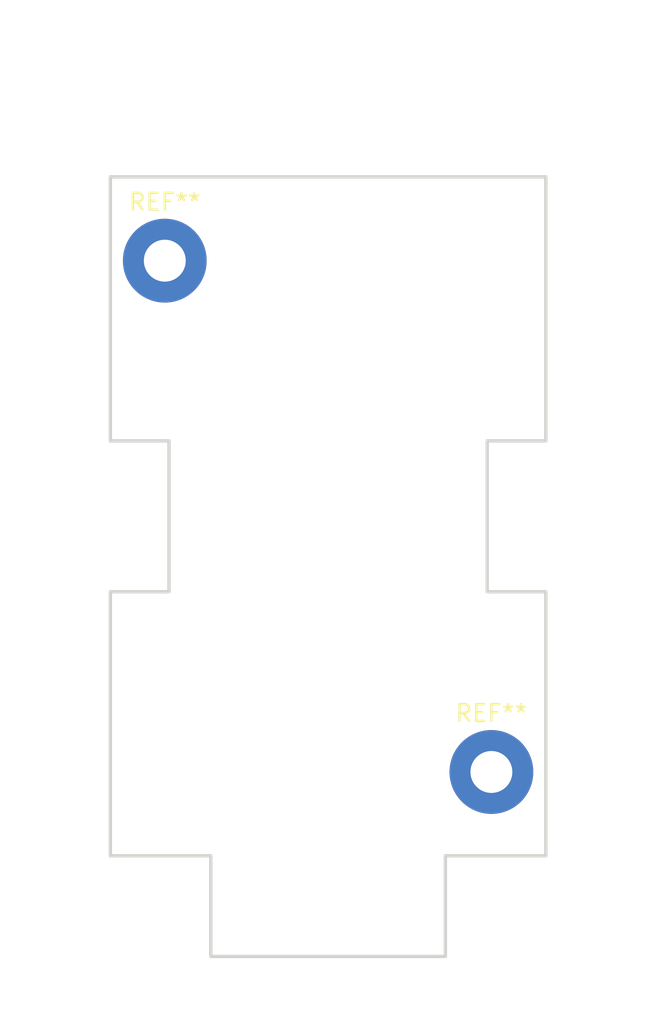
<source format=kicad_pcb>
(kicad_pcb (version 20171130) (host pcbnew 5.0.2+dfsg1-1)

  (general
    (thickness 1.6)
    (drawings 32)
    (tracks 0)
    (zones 0)
    (modules 2)
    (nets 1)
  )

  (page A4)
  (layers
    (0 F.Cu signal)
    (31 B.Cu signal)
    (32 B.Adhes user)
    (33 F.Adhes user)
    (34 B.Paste user)
    (35 F.Paste user)
    (36 B.SilkS user)
    (37 F.SilkS user)
    (38 B.Mask user)
    (39 F.Mask user)
    (40 Dwgs.User user)
    (41 Cmts.User user)
    (42 Eco1.User user)
    (43 Eco2.User user)
    (44 Edge.Cuts user)
    (45 Margin user)
    (46 B.CrtYd user)
    (47 F.CrtYd user)
    (48 B.Fab user)
    (49 F.Fab user)
  )

  (setup
    (last_trace_width 0.25)
    (trace_clearance 0.2)
    (zone_clearance 0.508)
    (zone_45_only no)
    (trace_min 0.2)
    (segment_width 0.2)
    (edge_width 0.2)
    (via_size 0.8)
    (via_drill 0.4)
    (via_min_size 0.4)
    (via_min_drill 0.3)
    (uvia_size 0.3)
    (uvia_drill 0.1)
    (uvias_allowed no)
    (uvia_min_size 0.2)
    (uvia_min_drill 0.1)
    (pcb_text_width 0.3)
    (pcb_text_size 1.5 1.5)
    (mod_edge_width 0.15)
    (mod_text_size 1 1)
    (mod_text_width 0.15)
    (pad_size 5 5)
    (pad_drill 2.5)
    (pad_to_mask_clearance 0.051)
    (solder_mask_min_width 0.25)
    (aux_axis_origin 0 0)
    (visible_elements FFFFFF7F)
    (pcbplotparams
      (layerselection 0x010fc_ffffffff)
      (usegerberextensions false)
      (usegerberattributes false)
      (usegerberadvancedattributes false)
      (creategerberjobfile false)
      (excludeedgelayer true)
      (linewidth 0.100000)
      (plotframeref false)
      (viasonmask false)
      (mode 1)
      (useauxorigin false)
      (hpglpennumber 1)
      (hpglpenspeed 20)
      (hpglpendiameter 15.000000)
      (psnegative false)
      (psa4output false)
      (plotreference true)
      (plotvalue true)
      (plotinvisibletext false)
      (padsonsilk false)
      (subtractmaskfromsilk false)
      (outputformat 1)
      (mirror false)
      (drillshape 1)
      (scaleselection 1)
      (outputdirectory ""))
  )

  (net 0 "")

  (net_class Default "Dies ist die voreingestellte Netzklasse."
    (clearance 0.2)
    (trace_width 0.25)
    (via_dia 0.8)
    (via_drill 0.4)
    (uvia_dia 0.3)
    (uvia_drill 0.1)
  )

  (module MountingHole:MountingHole_2.5mm_Pad (layer F.Cu) (tedit 56D1B4CB) (tstamp 5F8FBAA7)
    (at 122.75 89)
    (descr "Mounting Hole 2.5mm")
    (tags "mounting hole 2.5mm")
    (attr virtual)
    (fp_text reference REF** (at 0 -3.5) (layer F.SilkS)
      (effects (font (size 1 1) (thickness 0.15)))
    )
    (fp_text value MountingHole_2.5mm_Pad (at 0 3.5) (layer F.Fab)
      (effects (font (size 1 1) (thickness 0.15)))
    )
    (fp_circle (center 0 0) (end 2.75 0) (layer F.CrtYd) (width 0.05))
    (fp_circle (center 0 0) (end 2.5 0) (layer Cmts.User) (width 0.15))
    (fp_text user %R (at 0.3 0) (layer F.Fab)
      (effects (font (size 1 1) (thickness 0.15)))
    )
    (pad 1 thru_hole circle (at 0 0) (size 5 5) (drill 2.5) (layers *.Cu *.Mask))
  )

  (module MountingHole:MountingHole_2.5mm_Pad (layer F.Cu) (tedit 56D1B4CB) (tstamp 5F8FBAB6)
    (at 103.25 58.5)
    (descr "Mounting Hole 2.5mm")
    (tags "mounting hole 2.5mm")
    (attr virtual)
    (fp_text reference REF** (at 0 -3.5) (layer F.SilkS)
      (effects (font (size 1 1) (thickness 0.15)))
    )
    (fp_text value MountingHole_2.5mm_Pad (at 0 3.5) (layer F.Fab)
      (effects (font (size 1 1) (thickness 0.15)))
    )
    (fp_circle (center 0 0) (end 2.75 0) (layer F.CrtYd) (width 0.05))
    (fp_circle (center 0 0) (end 2.5 0) (layer Cmts.User) (width 0.15))
    (fp_text user %R (at 0.3 0) (layer F.Fab)
      (effects (font (size 1 1) (thickness 0.15)))
    )
    (pad 1 thru_hole circle (at 0 0) (size 5 5) (drill 2.5) (layers *.Cu *.Mask))
  )

  (gr_line (start 126 53.5) (end 126 69.25) (layer Edge.Cuts) (width 0.2) (tstamp 5F8FBEA7))
  (gr_line (start 126 78.25) (end 122.5 78.25) (layer Edge.Cuts) (width 0.2) (tstamp 5F8FBEA0))
  (gr_line (start 122.5 69.25) (end 122.5 78.25) (layer Edge.Cuts) (width 0.2) (tstamp 5F8FBE9D))
  (gr_line (start 122.5 69.25) (end 126 69.25) (layer Edge.Cuts) (width 0.2) (tstamp 5F8FBE68))
  (gr_line (start 100 69.25) (end 100 53.5) (layer Edge.Cuts) (width 0.2) (tstamp 5F8FBE63))
  (gr_line (start 103.5 78.25) (end 100 78.25) (layer Edge.Cuts) (width 0.2))
  (gr_line (start 103.5 69.25) (end 103.5 78.25) (layer Edge.Cuts) (width 0.2))
  (gr_line (start 100 69.25) (end 103.5 69.25) (layer Edge.Cuts) (width 0.2))
  (gr_line (start 124.5 71.25) (end 124.5 76.25) (layer Eco1.User) (width 2) (tstamp 5F8FBDF5))
  (gr_line (start 127.5 76.25) (end 124.5 76.25) (layer Eco1.User) (width 2) (tstamp 5F8FBDF2))
  (gr_line (start 127.5 71.25) (end 124.5 71.25) (layer Eco1.User) (width 2) (tstamp 5F8FBDEC))
  (gr_line (start 101.5 76.25) (end 98.5 76.25) (layer Eco1.User) (width 2))
  (gr_line (start 101.5 71.25) (end 101.5 76.25) (layer Eco1.User) (width 2))
  (gr_line (start 101.5 71.25) (end 98.5 71.25) (layer Eco1.User) (width 2))
  (gr_line (start 94.75 73.75) (end 131.25 73.75) (layer Eco2.User) (width 0.1))
  (gr_line (start 113 43) (end 113 104) (layer Eco2.User) (width 0.1))
  (gr_arc (start 123.25 51) (end 127.75 51) (angle -90) (layer Eco1.User) (width 1.5) (tstamp 5F8FBD94))
  (gr_arc (start 102.75 51) (end 102.75 46.5) (angle -90) (layer Eco1.User) (width 1.5) (tstamp 5F8FBD8F))
  (gr_arc (start 102.75 96.5) (end 98.25 96.5) (angle -90) (layer Eco1.User) (width 1.5) (tstamp 5F8FBD8A))
  (gr_arc (start 123.25 96.5) (end 123.25 101) (angle -90) (layer Eco1.User) (width 1.5))
  (gr_line (start 98.25 101) (end 98.25 46.5) (layer Eco1.User) (width 1.5))
  (gr_line (start 127.75 101) (end 98.5 101) (layer Eco1.User) (width 1.5))
  (gr_line (start 127.75 46.5) (end 127.75 101) (layer Eco1.User) (width 1.5))
  (gr_line (start 98.25 46.5) (end 127.75 46.5) (layer Eco1.User) (width 1.5))
  (gr_line (start 100 94) (end 100 78.25) (layer Edge.Cuts) (width 0.2))
  (gr_line (start 106 94) (end 100 94) (layer Edge.Cuts) (width 0.2))
  (gr_line (start 106 100) (end 106 94) (layer Edge.Cuts) (width 0.2))
  (gr_line (start 106 100) (end 120 100) (layer Edge.Cuts) (width 0.2))
  (gr_line (start 120 94) (end 120 100) (layer Edge.Cuts) (width 0.2))
  (gr_line (start 126 94) (end 120 94) (layer Edge.Cuts) (width 0.2))
  (gr_line (start 126 78.25) (end 126 94) (layer Edge.Cuts) (width 0.2))
  (gr_line (start 100 53.5) (end 126 53.5) (layer Edge.Cuts) (width 0.2))

)

</source>
